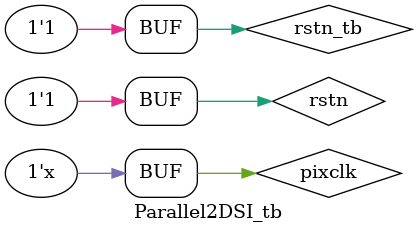
<source format=v>
`timescale 1ns / 10ps
module Parallel2DSI_tb();
	parameter periode_1     = 16;

	GSR GSR_INST(.GSR(1'b1));
    PUR PUR_INST(.PUR(1'b1)); 
	
	reg rstn,rstn_tb;
	reg pixclk;
	wire DCK, D0; 
	wire [1:0] LPCLK, LP0, LP1;
	wire [23:0] pixdata; 
	wire vsync, hsync, de;
	
	initial begin                       
      rstn       = 1'b0;  
	  rstn_tb    = 1'b0;
	  #1600;
	  #1600 rstn = 1'b1;   
	  #505284 rstn_tb    = 1'b1;			  //493080	505080 505284
	end
	initial
		  pixclk     = 1'b0;
	always pixclk    = #periode_1  ~pixclk; 
		
	top #(
     .VC(0)             ,
     .WC('h05A0)        ,  // 02D0
     .word_width(24)    ,
     .DT(6'h3E)         ,  
     .testmode  (0)     , 
     .crc16     (1)     ,  
	 .EoTp      (1)     ,  
	 .reserved  (0)                
    ) u_top(
     .reset_n      (rstn)             ,
                                         
     .PIXCLK       (pixclk)           ,
     .VSYNC        (vsync)            ,
     .HSYNC        (hsync)            ,
     .DE           (de)               ,
     .PIXDATA      (pixdata)          ,
                                         
     .DCK          (DCK)                ,        //HS (High Speed) Clock                            
                                                                                                                                         
     //.D3           ()    ,      //HS (High Speed) Data Lane 3         
     //.D2           ()    ,      //HS (High Speed) Data Lane 2         
     .D1           (D1)    ,      //HS (High Speed) Data Lane 1         
     .D0           (D0)    ,      //HS (High Speed) Data Lane 0         
 	 
     .LPCLK        (LPCLK)    ,                                                                                               
     //.LP3          ()    ,        //LP (Low Power) External Interface Signals for Data Lane 3    
     //.LP2          ()    ,        //LP (Low Power) External Interface Signals for Data Lane 2   
     .LP1          (LP1)    ,        //LP (Low Power) External Interface Signals for Data Lane 1  
     .LP0          (LP0)            //LP (Low Power) External Interface Signals for Data Lane 0    
);		

        colorbar_gen 	#(
	        .h_active  ('d480 ),	//480  240
	        .h_total   ('d800 ),	//620  380
	        .v_active  ('d800 ),
	        .v_total   ('d830 ),
	        .H_FRONT_PORCH ('d100),
            .H_SYNCH       ('d96),
            .V_FRONT_PORCH ('d40),
            .V_SYNCH       ('d5),
            .mode          (1)
        ) u_colorbar_gen
        ( 
            .rstn       (rstn  ) , 
            .m148_5_clk (pixclk) , 
            .lv         (de) , 
            .data       (pixdata),
            .vsync      (vsync),
            .hsync      (hsync)
        );
		
		
		
//******************************************************************************************
/////////////////////              SELF CHECKING PART           ////////////////////////////
//******************************************************************************************		
	//integer file, r, a, b;	
	wire empty0,empty1,rd_en;
	wire [1:0] flag;
	wire [23:0] pixdata_out_fifo,pixdata_out,pixdata_expected;
	wire [23:0] pixdata_in;	 
	wire [1:0] tb_lp0;
	//wire [9:0] pixdata_in2;
	

  /*    MIPI_CSI2_Serial2Parallel_Bridge  #(
      .bus_width         (10    ),
      .lane_width        (2    ))   
   mipi_bridge(                 
      .rstn              ( rstn_tb ),
      .DCK               ( DCK),   
      .CH0               ( D0 ),
      .CH1               ( D1 ),
      .CH2               (       ),
      .CH3               (      ),   
      .pixclk_adj        (pixclk_out),   
      .pixdata           (pixdata_out),   
      .fv                (  fv_out  ),   
      .lv                (  lv_out  ),
	  .sensor_clk  		 ( DCK)
   );	*/
   
   assign tb_lp0 = 	LP0;
   
   
    top_rx  #(
      .word_width        (24    ),
      .byte_freq         ("38"          ),
	    .DT                (6'h3E         ),
	    .sim               (1             ) )  
   mipi_bridge (                 
      .reset_n           ( rstn_tb ),
      .DCK               ( DCK),   // serial clock  
	 // .SYSCLK            ( DCK),
      .D0                ( D0 ),
      .D1                ( D1), 
	  
	  .LPCLK             (),
	  .LP0               (2'b00),
	  .LP1				 (),

      .PIXCLK_adj        (pixclk_out),   
      .PIXDATA			 (pixdata_out   ),
	  .DE                (de_out        ),   
      .VSYNC             (     ),
	  .HSYNC             (    )
     );		

   // assign pixdata_in = pixdata;
    //////////EXPECTED DATA GENERATION LOGIC/////////////		
	
	
	assign pixdata_in = pixdata;
	// always @ ( posedge pixclk or negedge rstn) 	begin
       // if(~rstn) begin
		 
		 // q_lv <= 0;	
		 // q1_pixdata_in <= 0; 
		 // x <=0;
		 // pixdata_in  <= 0;
	   // end	 
	   // else	begin
       
		 // q_lv <= lv;
		 // `ifdef tim_sim
		 // pixdata_in <= (x & lv)? q1_pixdata_in:pixdata_in;
		 // `else		 
		  // pixdata_in <= (lv) ? pixdata_in+1:0;  
		 // `endif	  
		 
		 // q1_pixdata_in <= (/*q_lv & */ lv ) ? q1_pixdata_in+1:0;
		 // x<=1;
	   // end
   // end
	
	
	assign rd_en = (~empty0) & (~empty1);
	

	////////////////MONITOR OR RECEIVER LOGIC//////////////////
	
	//`ifdef tim_sim 
	//simulation_fifo_24bit_to_24bit u_simulation_fifo_input(.Data(pixdata_in), .WrClock(pixclk), .RdClock(pixclk), .WrEn(de), .RdEn(rd_en), .Reset(~rstn), .RPReset(~rstn), .Q(pixdata_expected), .AlmostFull(), .Empty(empty0));	
//	`else 	 
	simulation_fifo_24bit_to_24bit u_simulation_fifo_input(.Data(pixdata_in), .WrClock(pixclk), .RdClock(pixclk), .WrEn(de), .RdEn(rd_en), .Reset(~rstn), .RPReset(~rstn), .Q(pixdata_expected), .AlmostFull(), .Empty(empty0));		
	// `endif  
		                                     		
//	`ifdef tim_sim			
	//simulation_fifo_24bit_to_24bit u_simulation_fifo_output(.Data(pixdata_out), .WrClock(pixclk_out), .RdClock(pixclk), .WrEn(de_out), .RdEn(rd_en), .Reset(~rstn), .RPReset(~rstn), .Q(pixdata_out_fifo), .AlmostFull(), .Empty(empty1));	
	// `else
	simulation_fifo_24bit_to_24bit u_simulation_fifo_output(.Data(pixdata_out), .WrClock(pixclk_out), .RdClock(pixclk), .WrEn(de_out), .RdEn(rd_en), .Reset(~rstn), .RPReset(~rstn), .Q(pixdata_out_fifo), .AlmostFull(), .Empty(empty1));		
//	 `endif 	
		
	////////// COMPARISSION LOGIC//////////////////	
	
         	
	assign	flag  = (!rd_en)? 2'b00: //`ifdef tim_sim  
	                                       (({pixdata_out_fifo[15:8],pixdata_out_fifo[7:0],pixdata_out_fifo[23:16]}==pixdata_expected) 
	                                  /*`else*/ || (pixdata_out_fifo==pixdata_expected))// `endif  
		                                    ?2'b11:2'b10;  		

     
	
    //////////// SCORE BOARD/////////////////////////
	
		always @ ( posedge pixclk or negedge rstn) 	begin
       if(~rstn) 
		 $display (" IN RESET MODE ");
	   else	if(flag==2'b00)
	        $display("BLANKING PERIOD");
			else
	           if (flag==2'b11)
		         $display("OUTPUT DATA MATCHES WITH THE EXPECTED DATA AS %h", pixdata_out );
			   else	if(flag==2'b10)
				   begin
			     $display("XXXXXXXXXXX DATA MISMATCH XXXXXXXXXXX");
				 //$finish;
				 end
         	
        end

endmodule
	   
	   
</source>
